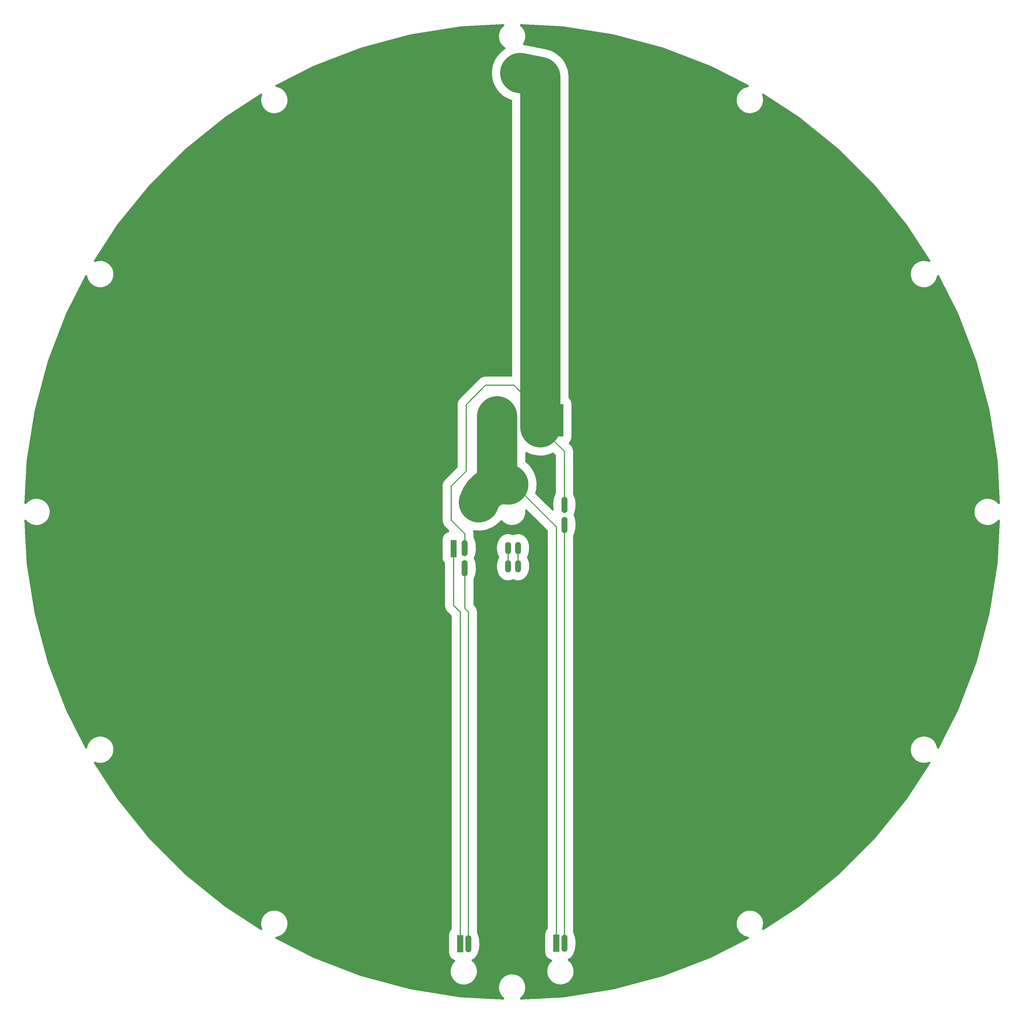
<source format=gbr>
G04 DipTrace 2.3.1.0*
%INBottom_58742_rev6_Blackpoint.gbr*%
%MOIN*%
%ADD13C,0.013*%
%ADD14C,0.5*%
%ADD16C,0.025*%
%ADD18O,0.075X0.2*%
%ADD19O,0.075X0.15*%
%ADD20O,0.075X0.2125*%
%ADD33C,0.06*%
%FSLAX44Y44*%
G04*
G70*
G90*
G75*
G01*
%LNBottom*%
%LPD*%
X64464Y60464D2*
D13*
Y58214D1*
X65714Y60464D2*
Y58214D1*
X63089Y76839D2*
D14*
Y68551D1*
D13*
X65002D1*
X70464Y63089D1*
Y11714D1*
X70526Y11651D1*
X65964Y119464D2*
D14*
X68464Y118964D1*
Y78714D1*
Y75464D1*
D13*
X71464Y72464D1*
Y65964D1*
X68464Y78714D2*
X67185D1*
X65210Y80690D1*
X61682D1*
X59273Y78281D1*
Y70038D1*
X57407Y68172D1*
Y63932D1*
X59104Y62236D1*
Y60574D1*
X59070Y60540D1*
X71464Y63464D2*
Y11464D1*
X59526Y12089D2*
Y52526D1*
X59089Y52964D1*
Y57839D1*
X60839Y66151D2*
D14*
G02X64494Y68360I3108J-1015D01*
G01*
X58526Y11651D2*
D13*
Y52526D1*
X57714Y53339D1*
Y59839D1*
D33*
X65589Y120651D3*
X69964Y120339D3*
X68214Y120464D3*
X69089D3*
X66464Y120589D3*
X67276D3*
X64714D3*
X61061Y65095D3*
X61333Y66147D3*
X61892Y67030D3*
X62657Y67728D3*
X63546Y68191D3*
X64494Y68360D3*
X65397Y68139D3*
X60243Y125213D2*
D16*
X63638D1*
X66289D2*
X69681D1*
X57618Y124964D2*
X63450D1*
X66477D2*
X72310D1*
X56047Y124716D2*
X63318D1*
X66610D2*
X73880D1*
X54477Y124467D2*
X63232D1*
X66696D2*
X75450D1*
X52907Y124218D2*
X63185D1*
X66743D2*
X77021D1*
X51774Y123970D2*
X63173D1*
X66754D2*
X78150D1*
X50848Y123721D2*
X63200D1*
X66727D2*
X79079D1*
X49918Y123472D2*
X63259D1*
X66668D2*
X80009D1*
X48993Y123224D2*
X63364D1*
X66563D2*
X80935D1*
X48063Y122975D2*
X63517D1*
X66965D2*
X81864D1*
X47137Y122726D2*
X63735D1*
X68211D2*
X82790D1*
X46235Y122477D2*
X63907D1*
X69418D2*
X83693D1*
X45586Y122229D2*
X63579D1*
X70086D2*
X84341D1*
X44938Y121980D2*
X63318D1*
X70516D2*
X84989D1*
X44289Y121731D2*
X63099D1*
X70844D2*
X85638D1*
X43641Y121483D2*
X62915D1*
X71110D2*
X86286D1*
X42993Y121234D2*
X62763D1*
X71328D2*
X86935D1*
X42348Y120985D2*
X62638D1*
X71508D2*
X87579D1*
X41700Y120737D2*
X62532D1*
X71660D2*
X88228D1*
X41051Y120488D2*
X62450D1*
X71789D2*
X88876D1*
X40403Y120239D2*
X62388D1*
X71891D2*
X89525D1*
X39910Y119991D2*
X62341D1*
X71977D2*
X90017D1*
X39422Y119742D2*
X62314D1*
X72039D2*
X90505D1*
X38934Y119493D2*
X62306D1*
X72086D2*
X90993D1*
X38446Y119245D2*
X62310D1*
X72114D2*
X91482D1*
X37957Y118996D2*
X62333D1*
X72121D2*
X91970D1*
X37469Y118747D2*
X62376D1*
X72125D2*
X92458D1*
X36981Y118498D2*
X62435D1*
X72125D2*
X92946D1*
X36493Y118250D2*
X62513D1*
X72125D2*
X93435D1*
X36004Y118001D2*
X62610D1*
X72125D2*
X93923D1*
X36098Y117752D2*
X62732D1*
X72125D2*
X93829D1*
X36539Y117504D2*
X62876D1*
X72125D2*
X93388D1*
X36801Y117255D2*
X63052D1*
X72125D2*
X93126D1*
X36981Y117006D2*
X63259D1*
X72125D2*
X92946D1*
X37102Y116758D2*
X63513D1*
X72125D2*
X92825D1*
X33434Y116509D2*
X33693D1*
X37180D2*
X63821D1*
X72125D2*
X92747D1*
X96235D2*
X96493D1*
X33051Y116260D2*
X33653D1*
X37219D2*
X64220D1*
X72125D2*
X92708D1*
X96274D2*
X96876D1*
X32668Y116012D2*
X33650D1*
X37223D2*
X64802D1*
X72125D2*
X92704D1*
X96278D2*
X97259D1*
X32285Y115763D2*
X33681D1*
X37192D2*
X64802D1*
X72125D2*
X92735D1*
X96246D2*
X97642D1*
X31903Y115514D2*
X33747D1*
X37125D2*
X64802D1*
X72125D2*
X92802D1*
X96180D2*
X98025D1*
X31520Y115265D2*
X33860D1*
X37012D2*
X64802D1*
X72125D2*
X92915D1*
X96067D2*
X98407D1*
X31137Y115017D2*
X34025D1*
X36848D2*
X64802D1*
X72125D2*
X93079D1*
X95903D2*
X98790D1*
X30754Y114768D2*
X34263D1*
X36610D2*
X64802D1*
X72125D2*
X93318D1*
X95664D2*
X99173D1*
X30371Y114519D2*
X34638D1*
X36231D2*
X64802D1*
X72125D2*
X93696D1*
X95289D2*
X99556D1*
X29989Y114271D2*
X64802D1*
X72125D2*
X99939D1*
X29606Y114022D2*
X64802D1*
X72125D2*
X100321D1*
X29262Y113773D2*
X64802D1*
X72125D2*
X100665D1*
X28957Y113525D2*
X64802D1*
X72125D2*
X100970D1*
X28649Y113276D2*
X64802D1*
X72125D2*
X101278D1*
X28340Y113027D2*
X64802D1*
X72125D2*
X101587D1*
X28035Y112779D2*
X64802D1*
X72125D2*
X101892D1*
X27727Y112530D2*
X64802D1*
X72125D2*
X102200D1*
X27422Y112281D2*
X64802D1*
X72125D2*
X102505D1*
X27114Y112033D2*
X64802D1*
X72125D2*
X102814D1*
X26805Y111784D2*
X64802D1*
X72125D2*
X103122D1*
X26500Y111535D2*
X64802D1*
X72125D2*
X103427D1*
X26192Y111286D2*
X64802D1*
X72125D2*
X103735D1*
X25883Y111038D2*
X64802D1*
X72125D2*
X104040D1*
X25578Y110789D2*
X64802D1*
X72125D2*
X104349D1*
X25270Y110540D2*
X64802D1*
X72125D2*
X104657D1*
X24965Y110292D2*
X64802D1*
X72125D2*
X104962D1*
X24657Y110043D2*
X64802D1*
X72125D2*
X105271D1*
X24379Y109794D2*
X64802D1*
X72125D2*
X105548D1*
X24129Y109546D2*
X64802D1*
X72125D2*
X105798D1*
X23883Y109297D2*
X64802D1*
X72125D2*
X106044D1*
X23633Y109048D2*
X64802D1*
X72125D2*
X106294D1*
X23383Y108800D2*
X64802D1*
X72125D2*
X106544D1*
X23137Y108551D2*
X64802D1*
X72125D2*
X106790D1*
X22887Y108302D2*
X64802D1*
X72125D2*
X107040D1*
X22637Y108054D2*
X64802D1*
X72125D2*
X107290D1*
X22391Y107805D2*
X64802D1*
X72125D2*
X107536D1*
X22141Y107556D2*
X64802D1*
X72125D2*
X107786D1*
X21891Y107307D2*
X64802D1*
X72125D2*
X108036D1*
X21645Y107059D2*
X64802D1*
X72125D2*
X108282D1*
X21395Y106810D2*
X64802D1*
X72125D2*
X108532D1*
X21145Y106561D2*
X64802D1*
X72125D2*
X108782D1*
X20899Y106313D2*
X64802D1*
X72125D2*
X109028D1*
X20649Y106064D2*
X64802D1*
X72125D2*
X109278D1*
X20399Y105815D2*
X64802D1*
X72125D2*
X109528D1*
X20153Y105567D2*
X64802D1*
X72125D2*
X109775D1*
X19926Y105318D2*
X64802D1*
X72125D2*
X110001D1*
X19727Y105069D2*
X64802D1*
X72125D2*
X110200D1*
X19524Y104821D2*
X64802D1*
X72125D2*
X110403D1*
X19325Y104572D2*
X64802D1*
X72125D2*
X110603D1*
X19121Y104323D2*
X64802D1*
X72125D2*
X110806D1*
X18922Y104075D2*
X64802D1*
X72125D2*
X111005D1*
X18719Y103826D2*
X64802D1*
X72125D2*
X111208D1*
X18516Y103577D2*
X64802D1*
X72125D2*
X111411D1*
X18317Y103328D2*
X64802D1*
X72125D2*
X111610D1*
X18114Y103080D2*
X64802D1*
X72125D2*
X111814D1*
X17914Y102831D2*
X64802D1*
X72125D2*
X112013D1*
X17711Y102582D2*
X64802D1*
X72125D2*
X112216D1*
X17512Y102334D2*
X64802D1*
X72125D2*
X112415D1*
X17309Y102085D2*
X64802D1*
X72125D2*
X112618D1*
X17110Y101836D2*
X64802D1*
X72125D2*
X112818D1*
X16907Y101588D2*
X64802D1*
X72125D2*
X113021D1*
X16703Y101339D2*
X64802D1*
X72125D2*
X113224D1*
X16504Y101090D2*
X64802D1*
X72125D2*
X113423D1*
X16301Y100842D2*
X64802D1*
X72125D2*
X113626D1*
X16102Y100593D2*
X64802D1*
X72125D2*
X113825D1*
X15930Y100344D2*
X64802D1*
X72125D2*
X113997D1*
X15766Y100096D2*
X64802D1*
X72125D2*
X114161D1*
X15606Y99847D2*
X64802D1*
X72125D2*
X114321D1*
X15446Y99598D2*
X64802D1*
X72125D2*
X114482D1*
X15282Y99349D2*
X64802D1*
X72125D2*
X114646D1*
X15121Y99101D2*
X64802D1*
X72125D2*
X114806D1*
X14957Y98852D2*
X64802D1*
X72125D2*
X114966D1*
X14797Y98603D2*
X64802D1*
X72125D2*
X115130D1*
X14637Y98355D2*
X64802D1*
X72125D2*
X115290D1*
X14473Y98106D2*
X64802D1*
X72125D2*
X115454D1*
X14313Y97857D2*
X64802D1*
X72125D2*
X115614D1*
X14153Y97609D2*
X64802D1*
X72125D2*
X115775D1*
X13989Y97360D2*
X64802D1*
X72125D2*
X115939D1*
X13828Y97111D2*
X64802D1*
X72125D2*
X116099D1*
X13668Y96863D2*
X64802D1*
X72125D2*
X116259D1*
X13504Y96614D2*
X64802D1*
X72125D2*
X116423D1*
X13344Y96365D2*
X64802D1*
X72125D2*
X116583D1*
X14532Y96117D2*
X64802D1*
X72125D2*
X115396D1*
X14950Y95868D2*
X64802D1*
X72125D2*
X114978D1*
X15203Y95619D2*
X64802D1*
X72125D2*
X114724D1*
X15375Y95370D2*
X64802D1*
X72125D2*
X114552D1*
X15493Y95122D2*
X64802D1*
X72125D2*
X114435D1*
X15567Y94873D2*
X64802D1*
X72125D2*
X114360D1*
X15606Y94624D2*
X64802D1*
X72125D2*
X114321D1*
X15606Y94376D2*
X64802D1*
X72125D2*
X114321D1*
X15571Y94127D2*
X64802D1*
X72125D2*
X114357D1*
X11914Y93878D2*
X12142D1*
X15500D2*
X64802D1*
X72125D2*
X114427D1*
X117785D2*
X118013D1*
X11789Y93630D2*
X12255D1*
X15387D2*
X64802D1*
X72125D2*
X114540D1*
X117672D2*
X118138D1*
X11664Y93381D2*
X12423D1*
X15219D2*
X64802D1*
X72125D2*
X114708D1*
X117504D2*
X118263D1*
X11535Y93132D2*
X12669D1*
X14973D2*
X64802D1*
X72125D2*
X114954D1*
X117258D2*
X118392D1*
X11410Y92884D2*
X13068D1*
X14575D2*
X64802D1*
X72125D2*
X115353D1*
X116860D2*
X118517D1*
X11282Y92635D2*
X64802D1*
X72125D2*
X118646D1*
X11157Y92386D2*
X64802D1*
X72125D2*
X118771D1*
X11028Y92138D2*
X64802D1*
X72125D2*
X118900D1*
X10903Y91889D2*
X64802D1*
X72125D2*
X119025D1*
X10774Y91640D2*
X64802D1*
X72125D2*
X119153D1*
X10649Y91391D2*
X64802D1*
X72125D2*
X119278D1*
X10524Y91143D2*
X64802D1*
X72125D2*
X119403D1*
X10395Y90894D2*
X64802D1*
X72125D2*
X119532D1*
X10270Y90645D2*
X64802D1*
X72125D2*
X119657D1*
X10141Y90397D2*
X64802D1*
X72125D2*
X119786D1*
X10016Y90148D2*
X64802D1*
X72125D2*
X119911D1*
X9887Y89899D2*
X64802D1*
X72125D2*
X120040D1*
X9762Y89651D2*
X64802D1*
X72125D2*
X120165D1*
X9657Y89402D2*
X64802D1*
X72125D2*
X120271D1*
X9559Y89153D2*
X64802D1*
X72125D2*
X120364D1*
X9465Y88905D2*
X64802D1*
X72125D2*
X120462D1*
X9371Y88656D2*
X64802D1*
X72125D2*
X120556D1*
X9274Y88407D2*
X64802D1*
X72125D2*
X120653D1*
X9180Y88159D2*
X64802D1*
X72125D2*
X120747D1*
X9082Y87910D2*
X64802D1*
X72125D2*
X120845D1*
X8989Y87661D2*
X64802D1*
X72125D2*
X120939D1*
X8891Y87412D2*
X64802D1*
X72125D2*
X121036D1*
X8797Y87164D2*
X64802D1*
X72125D2*
X121130D1*
X8703Y86915D2*
X64802D1*
X72125D2*
X121224D1*
X8606Y86666D2*
X64802D1*
X72125D2*
X121321D1*
X8512Y86418D2*
X64802D1*
X72125D2*
X121415D1*
X8414Y86169D2*
X64802D1*
X72125D2*
X121513D1*
X8321Y85920D2*
X64802D1*
X72125D2*
X121607D1*
X8223Y85672D2*
X64802D1*
X72125D2*
X121704D1*
X8129Y85423D2*
X64802D1*
X72125D2*
X121798D1*
X8032Y85174D2*
X64802D1*
X72125D2*
X121896D1*
X7938Y84926D2*
X64802D1*
X72125D2*
X121989D1*
X7844Y84677D2*
X64802D1*
X72125D2*
X122083D1*
X7746Y84428D2*
X64802D1*
X72125D2*
X122181D1*
X7653Y84180D2*
X64802D1*
X72125D2*
X122275D1*
X7555Y83931D2*
X64802D1*
X72125D2*
X122372D1*
X7461Y83682D2*
X64802D1*
X72125D2*
X122466D1*
X7391Y83433D2*
X64802D1*
X72125D2*
X122536D1*
X7325Y83185D2*
X64802D1*
X72125D2*
X122603D1*
X7258Y82936D2*
X64802D1*
X72125D2*
X122669D1*
X7192Y82687D2*
X64802D1*
X72125D2*
X122735D1*
X7125Y82439D2*
X64802D1*
X72125D2*
X122802D1*
X7059Y82190D2*
X64802D1*
X72125D2*
X122868D1*
X6993Y81941D2*
X64802D1*
X72125D2*
X122935D1*
X6926Y81693D2*
X60997D1*
X72125D2*
X123001D1*
X6860Y81444D2*
X60716D1*
X72125D2*
X123068D1*
X6793Y81195D2*
X60466D1*
X72125D2*
X123134D1*
X6723Y80947D2*
X60216D1*
X72125D2*
X123200D1*
X6657Y80698D2*
X59970D1*
X72125D2*
X123271D1*
X6590Y80449D2*
X59720D1*
X72125D2*
X123337D1*
X6524Y80201D2*
X59470D1*
X72125D2*
X123403D1*
X6457Y79952D2*
X59224D1*
X72125D2*
X123470D1*
X6391Y79703D2*
X58974D1*
X72125D2*
X123536D1*
X6325Y79454D2*
X58724D1*
X72125D2*
X123603D1*
X6258Y79206D2*
X58478D1*
X72125D2*
X123669D1*
X6192Y78957D2*
X58255D1*
X72309D2*
X123735D1*
X6125Y78708D2*
X58126D1*
X72430D2*
X123802D1*
X6059Y78460D2*
X58060D1*
X72485D2*
X123868D1*
X5993Y78211D2*
X58048D1*
X72493D2*
X123935D1*
X5926Y77962D2*
X58048D1*
X72493D2*
X124001D1*
X5860Y77714D2*
X58048D1*
X72493D2*
X124068D1*
X5801Y77465D2*
X58048D1*
X72493D2*
X124126D1*
X5762Y77216D2*
X58048D1*
X72493D2*
X124165D1*
X5723Y76968D2*
X58048D1*
X72493D2*
X124204D1*
X5684Y76719D2*
X58048D1*
X72493D2*
X124243D1*
X5641Y76470D2*
X58048D1*
X72493D2*
X124282D1*
X5602Y76222D2*
X58048D1*
X72493D2*
X124325D1*
X5563Y75973D2*
X58048D1*
X72493D2*
X124364D1*
X5524Y75724D2*
X58048D1*
X72493D2*
X124403D1*
X5485Y75475D2*
X58048D1*
X72493D2*
X124443D1*
X5446Y75227D2*
X58048D1*
X72493D2*
X124482D1*
X5407Y74978D2*
X58048D1*
X72493D2*
X124521D1*
X5368Y74729D2*
X58048D1*
X72493D2*
X124560D1*
X5328Y74481D2*
X58048D1*
X72493D2*
X124599D1*
X5289Y74232D2*
X58048D1*
X72489D2*
X124638D1*
X5250Y73983D2*
X58048D1*
X72438D2*
X124677D1*
X5211Y73735D2*
X58048D1*
X72321D2*
X124716D1*
X5168Y73486D2*
X58048D1*
X72164D2*
X124755D1*
X5129Y73237D2*
X58048D1*
X72407D2*
X124798D1*
X5090Y72989D2*
X58048D1*
X72567D2*
X124837D1*
X5051Y72740D2*
X58048D1*
X72657D2*
X124876D1*
X5012Y72491D2*
X58048D1*
X72688D2*
X124915D1*
X4973Y72243D2*
X58048D1*
X72688D2*
X124954D1*
X4934Y71994D2*
X58048D1*
X66750D2*
X67357D1*
X69571D2*
X70212D1*
X72688D2*
X124993D1*
X4895Y71745D2*
X58048D1*
X66750D2*
X70239D1*
X72688D2*
X125032D1*
X4856Y71496D2*
X58048D1*
X66750D2*
X70239D1*
X72688D2*
X125071D1*
X4821Y71248D2*
X58048D1*
X66750D2*
X70239D1*
X72688D2*
X125107D1*
X4805Y70999D2*
X58048D1*
X67020D2*
X70239D1*
X72688D2*
X125118D1*
X4793Y70750D2*
X58048D1*
X67258D2*
X70239D1*
X72688D2*
X125134D1*
X4782Y70502D2*
X58017D1*
X67457D2*
X70239D1*
X72688D2*
X125146D1*
X4766Y70253D2*
X57767D1*
X67621D2*
X70239D1*
X72688D2*
X125161D1*
X4754Y70004D2*
X57517D1*
X67762D2*
X70239D1*
X72688D2*
X125173D1*
X4743Y69756D2*
X57271D1*
X67875D2*
X70239D1*
X72688D2*
X125185D1*
X4727Y69507D2*
X57021D1*
X67969D2*
X70239D1*
X72688D2*
X125200D1*
X4715Y69258D2*
X56771D1*
X68039D2*
X70239D1*
X72688D2*
X125212D1*
X4703Y69010D2*
X56525D1*
X68094D2*
X70239D1*
X72688D2*
X125224D1*
X4688Y68761D2*
X56337D1*
X68133D2*
X70239D1*
X72688D2*
X125239D1*
X4676Y68512D2*
X56232D1*
X68153D2*
X70239D1*
X72688D2*
X125251D1*
X4664Y68264D2*
X56185D1*
X68153D2*
X70239D1*
X72688D2*
X125263D1*
X4649Y68015D2*
X56181D1*
X68137D2*
X70239D1*
X72688D2*
X125278D1*
X4637Y67766D2*
X56181D1*
X68106D2*
X70239D1*
X72688D2*
X125290D1*
X4625Y67517D2*
X56181D1*
X68055D2*
X70239D1*
X72688D2*
X125302D1*
X4610Y67269D2*
X56181D1*
X68004D2*
X70239D1*
X72688D2*
X125318D1*
X4598Y67020D2*
X56181D1*
X68254D2*
X70142D1*
X72774D2*
X125329D1*
X4586Y66771D2*
X56181D1*
X68504D2*
X70048D1*
X72868D2*
X125341D1*
X4571Y66523D2*
X5056D1*
X6762D2*
X56181D1*
X68750D2*
X69993D1*
X72922D2*
X123165D1*
X124871D2*
X125357D1*
X4559Y66274D2*
X4700D1*
X7118D2*
X56181D1*
X69000D2*
X69950D1*
X72965D2*
X122810D1*
X125227D2*
X125368D1*
X7344Y66025D2*
X56181D1*
X69250D2*
X69931D1*
X72985D2*
X122583D1*
X7500Y65777D2*
X56181D1*
X69496D2*
X69923D1*
X72993D2*
X122427D1*
X7606Y65528D2*
X56181D1*
X69746D2*
X69937D1*
X72977D2*
X122321D1*
X7668Y65279D2*
X56181D1*
X72946D2*
X122259D1*
X7696Y65031D2*
X56181D1*
X72899D2*
X122232D1*
X7688Y64782D2*
X56181D1*
X66743D2*
X67048D1*
X72825D2*
X122239D1*
X7645Y64533D2*
X56181D1*
X66700D2*
X67298D1*
X72770D2*
X122282D1*
X7563Y64285D2*
X56181D1*
X66618D2*
X67544D1*
X72864D2*
X122364D1*
X7434Y64036D2*
X56181D1*
X66489D2*
X67794D1*
X72918D2*
X122493D1*
X7250Y63787D2*
X56193D1*
X66305D2*
X68044D1*
X72965D2*
X122677D1*
X4567Y63538D2*
X4841D1*
X6973D2*
X56247D1*
X63391D2*
X63900D1*
X66028D2*
X68290D1*
X72981D2*
X122954D1*
X125086D2*
X125360D1*
X4578Y63290D2*
X5325D1*
X6493D2*
X56368D1*
X63106D2*
X64380D1*
X65547D2*
X68540D1*
X72993D2*
X123435D1*
X124602D2*
X125349D1*
X4590Y63041D2*
X56575D1*
X62746D2*
X68790D1*
X72977D2*
X125337D1*
X4606Y62792D2*
X56825D1*
X62254D2*
X69036D1*
X72950D2*
X125321D1*
X4618Y62544D2*
X56970D1*
X60289D2*
X60368D1*
X61309D2*
X69239D1*
X72903D2*
X125310D1*
X4629Y62295D2*
X56540D1*
X60328D2*
X64099D1*
X64817D2*
X65349D1*
X66067D2*
X69239D1*
X72828D2*
X125298D1*
X4645Y62046D2*
X56337D1*
X60328D2*
X63591D1*
X66575D2*
X69239D1*
X72731D2*
X125282D1*
X4657Y61798D2*
X56224D1*
X60332D2*
X63345D1*
X66821D2*
X69239D1*
X72688D2*
X125271D1*
X4668Y61549D2*
X56177D1*
X60434D2*
X63185D1*
X66981D2*
X69239D1*
X72688D2*
X125259D1*
X4684Y61300D2*
X56173D1*
X60516D2*
X63068D1*
X67098D2*
X69239D1*
X72688D2*
X125243D1*
X4696Y61052D2*
X56173D1*
X60567D2*
X62997D1*
X67168D2*
X69239D1*
X72688D2*
X125232D1*
X4707Y60803D2*
X56173D1*
X60598D2*
X62946D1*
X67219D2*
X69239D1*
X72688D2*
X125220D1*
X4723Y60554D2*
X56173D1*
X60614D2*
X62927D1*
X67239D2*
X69239D1*
X72688D2*
X125204D1*
X4735Y60306D2*
X56173D1*
X60610D2*
X62931D1*
X67235D2*
X69239D1*
X72688D2*
X125193D1*
X4746Y60057D2*
X56173D1*
X60594D2*
X62954D1*
X67211D2*
X69239D1*
X72688D2*
X125181D1*
X4762Y59808D2*
X56173D1*
X60555D2*
X63013D1*
X67153D2*
X69239D1*
X72688D2*
X125165D1*
X4774Y59559D2*
X56173D1*
X60500D2*
X63091D1*
X67075D2*
X69239D1*
X72688D2*
X125153D1*
X4785Y59311D2*
X56173D1*
X60410D2*
X63189D1*
X66977D2*
X69239D1*
X72688D2*
X125142D1*
X4801Y59062D2*
X56208D1*
X60430D2*
X63071D1*
X67094D2*
X69239D1*
X72688D2*
X125126D1*
X4813Y58813D2*
X56302D1*
X60516D2*
X63001D1*
X67164D2*
X69239D1*
X72688D2*
X125114D1*
X4832Y58565D2*
X56474D1*
X60563D2*
X62946D1*
X67219D2*
X69239D1*
X72688D2*
X125095D1*
X4871Y58316D2*
X56489D1*
X60598D2*
X62927D1*
X67239D2*
X69239D1*
X72688D2*
X125052D1*
X4914Y58067D2*
X56489D1*
X60614D2*
X62931D1*
X67235D2*
X69239D1*
X72688D2*
X125013D1*
X4953Y57819D2*
X56489D1*
X60610D2*
X62954D1*
X67211D2*
X69239D1*
X72688D2*
X124974D1*
X4993Y57570D2*
X56489D1*
X60598D2*
X63009D1*
X67157D2*
X69239D1*
X72688D2*
X124935D1*
X5032Y57321D2*
X56489D1*
X60555D2*
X63087D1*
X67078D2*
X69239D1*
X72688D2*
X124896D1*
X5071Y57073D2*
X56489D1*
X60504D2*
X63208D1*
X66957D2*
X69239D1*
X72688D2*
X124857D1*
X5110Y56824D2*
X56489D1*
X60418D2*
X63388D1*
X66778D2*
X69239D1*
X72688D2*
X124818D1*
X5149Y56575D2*
X56489D1*
X60313D2*
X63653D1*
X66508D2*
X69239D1*
X72688D2*
X124778D1*
X5188Y56327D2*
X56489D1*
X60313D2*
X64392D1*
X64526D2*
X65642D1*
X65776D2*
X69239D1*
X72688D2*
X124739D1*
X5227Y56078D2*
X56489D1*
X60313D2*
X69239D1*
X72688D2*
X124700D1*
X5266Y55829D2*
X56489D1*
X60313D2*
X69239D1*
X72688D2*
X124661D1*
X5305Y55580D2*
X56489D1*
X60313D2*
X69239D1*
X72688D2*
X124622D1*
X5344Y55332D2*
X56489D1*
X60313D2*
X69239D1*
X72688D2*
X124579D1*
X5387Y55083D2*
X56489D1*
X60313D2*
X69239D1*
X72688D2*
X124540D1*
X5426Y54834D2*
X56489D1*
X60313D2*
X69239D1*
X72688D2*
X124501D1*
X5465Y54586D2*
X56489D1*
X60313D2*
X69239D1*
X72688D2*
X124462D1*
X5504Y54337D2*
X56489D1*
X60313D2*
X69239D1*
X72688D2*
X124423D1*
X5543Y54088D2*
X56489D1*
X60313D2*
X69239D1*
X72688D2*
X124384D1*
X5582Y53840D2*
X56489D1*
X60313D2*
X69239D1*
X72688D2*
X124345D1*
X5621Y53591D2*
X56489D1*
X60313D2*
X69239D1*
X72688D2*
X124306D1*
X5660Y53342D2*
X56489D1*
X60430D2*
X69239D1*
X72688D2*
X124267D1*
X5700Y53094D2*
X56513D1*
X60610D2*
X69239D1*
X72688D2*
X124228D1*
X5739Y52845D2*
X56595D1*
X60707D2*
X69239D1*
X72688D2*
X124189D1*
X5778Y52596D2*
X56747D1*
X60750D2*
X69239D1*
X72688D2*
X124150D1*
X5825Y52348D2*
X56982D1*
X60750D2*
X69239D1*
X72688D2*
X124103D1*
X5891Y52099D2*
X57232D1*
X60750D2*
X69239D1*
X72688D2*
X124036D1*
X5957Y51850D2*
X57302D1*
X60750D2*
X69239D1*
X72688D2*
X123970D1*
X6024Y51601D2*
X57302D1*
X60750D2*
X69239D1*
X72688D2*
X123903D1*
X6090Y51353D2*
X57302D1*
X60750D2*
X69239D1*
X72688D2*
X123837D1*
X6157Y51104D2*
X57302D1*
X60750D2*
X69239D1*
X72688D2*
X123771D1*
X6223Y50855D2*
X57302D1*
X60750D2*
X69239D1*
X72688D2*
X123704D1*
X6289Y50607D2*
X57302D1*
X60750D2*
X69239D1*
X72688D2*
X123638D1*
X6356Y50358D2*
X57302D1*
X60750D2*
X69239D1*
X72688D2*
X123571D1*
X6422Y50109D2*
X57302D1*
X60750D2*
X69239D1*
X72688D2*
X123505D1*
X6489Y49861D2*
X57302D1*
X60750D2*
X69239D1*
X72688D2*
X123439D1*
X6555Y49612D2*
X57302D1*
X60750D2*
X69239D1*
X72688D2*
X123372D1*
X6621Y49363D2*
X57302D1*
X60750D2*
X69239D1*
X72688D2*
X123306D1*
X6688Y49115D2*
X57302D1*
X60750D2*
X69239D1*
X72688D2*
X123239D1*
X6754Y48866D2*
X57302D1*
X60750D2*
X69239D1*
X72688D2*
X123173D1*
X6821Y48617D2*
X57302D1*
X60750D2*
X69239D1*
X72688D2*
X123107D1*
X6887Y48369D2*
X57302D1*
X60750D2*
X69239D1*
X72688D2*
X123036D1*
X6957Y48120D2*
X57302D1*
X60750D2*
X69239D1*
X72688D2*
X122970D1*
X7024Y47871D2*
X57302D1*
X60750D2*
X69239D1*
X72688D2*
X122903D1*
X7090Y47622D2*
X57302D1*
X60750D2*
X69239D1*
X72688D2*
X122837D1*
X7157Y47374D2*
X57302D1*
X60750D2*
X69239D1*
X72688D2*
X122771D1*
X7223Y47125D2*
X57302D1*
X60750D2*
X69239D1*
X72688D2*
X122704D1*
X7289Y46876D2*
X57302D1*
X60750D2*
X69239D1*
X72688D2*
X122638D1*
X7356Y46628D2*
X57302D1*
X60750D2*
X69239D1*
X72688D2*
X122571D1*
X7422Y46379D2*
X57302D1*
X60750D2*
X69239D1*
X72688D2*
X122505D1*
X7504Y46130D2*
X57302D1*
X60750D2*
X69239D1*
X72688D2*
X122423D1*
X7602Y45882D2*
X57302D1*
X60750D2*
X69239D1*
X72688D2*
X122325D1*
X7696Y45633D2*
X57302D1*
X60750D2*
X69239D1*
X72688D2*
X122232D1*
X7789Y45384D2*
X57302D1*
X60750D2*
X69239D1*
X72688D2*
X122138D1*
X7887Y45136D2*
X57302D1*
X60750D2*
X69239D1*
X72688D2*
X122040D1*
X7981Y44887D2*
X57302D1*
X60750D2*
X69239D1*
X72688D2*
X121946D1*
X8078Y44638D2*
X57302D1*
X60750D2*
X69239D1*
X72688D2*
X121849D1*
X8172Y44390D2*
X57302D1*
X60750D2*
X69239D1*
X72688D2*
X121755D1*
X8270Y44141D2*
X57302D1*
X60750D2*
X69239D1*
X72688D2*
X121657D1*
X8364Y43892D2*
X57302D1*
X60750D2*
X69239D1*
X72688D2*
X121564D1*
X8461Y43643D2*
X57302D1*
X60750D2*
X69239D1*
X72688D2*
X121466D1*
X8555Y43395D2*
X57302D1*
X60750D2*
X69239D1*
X72688D2*
X121372D1*
X8649Y43146D2*
X57302D1*
X60750D2*
X69239D1*
X72688D2*
X121278D1*
X8746Y42897D2*
X57302D1*
X60750D2*
X69239D1*
X72688D2*
X121181D1*
X8840Y42649D2*
X57302D1*
X60750D2*
X69239D1*
X72688D2*
X121087D1*
X8938Y42400D2*
X57302D1*
X60750D2*
X69239D1*
X72688D2*
X120989D1*
X9032Y42151D2*
X57302D1*
X60750D2*
X69239D1*
X72688D2*
X120896D1*
X9129Y41903D2*
X57302D1*
X60750D2*
X69239D1*
X72688D2*
X120798D1*
X9223Y41654D2*
X57302D1*
X60750D2*
X69239D1*
X72688D2*
X120704D1*
X9317Y41405D2*
X57302D1*
X60750D2*
X69239D1*
X72688D2*
X120610D1*
X9414Y41157D2*
X57302D1*
X60750D2*
X69239D1*
X72688D2*
X120513D1*
X9508Y40908D2*
X57302D1*
X60750D2*
X69239D1*
X72688D2*
X120419D1*
X9606Y40659D2*
X57302D1*
X60750D2*
X69239D1*
X72688D2*
X120321D1*
X9700Y40411D2*
X57302D1*
X60750D2*
X69239D1*
X72688D2*
X120228D1*
X9821Y40162D2*
X57302D1*
X60750D2*
X69239D1*
X72688D2*
X120107D1*
X9946Y39913D2*
X57302D1*
X60750D2*
X69239D1*
X72688D2*
X119982D1*
X10075Y39664D2*
X57302D1*
X60750D2*
X69239D1*
X72688D2*
X119853D1*
X10200Y39416D2*
X57302D1*
X60750D2*
X69239D1*
X72688D2*
X119728D1*
X10328Y39167D2*
X57302D1*
X60750D2*
X69239D1*
X72688D2*
X119599D1*
X10453Y38918D2*
X57302D1*
X60750D2*
X69239D1*
X72688D2*
X119474D1*
X10582Y38670D2*
X57302D1*
X60750D2*
X69239D1*
X72688D2*
X119345D1*
X10707Y38421D2*
X57302D1*
X60750D2*
X69239D1*
X72688D2*
X119220D1*
X10832Y38172D2*
X57302D1*
X60750D2*
X69239D1*
X72688D2*
X119095D1*
X10961Y37924D2*
X57302D1*
X60750D2*
X69239D1*
X72688D2*
X118966D1*
X11086Y37675D2*
X57302D1*
X60750D2*
X69239D1*
X72688D2*
X118841D1*
X11215Y37426D2*
X57302D1*
X60750D2*
X69239D1*
X72688D2*
X118712D1*
X11340Y37178D2*
X13509D1*
X14133D2*
X57302D1*
X60750D2*
X69239D1*
X72688D2*
X115794D1*
X116418D2*
X118587D1*
X11469Y36929D2*
X12853D1*
X14785D2*
X57302D1*
X60750D2*
X69239D1*
X72688D2*
X115142D1*
X117075D2*
X118458D1*
X11594Y36680D2*
X12544D1*
X15098D2*
X57302D1*
X60750D2*
X69239D1*
X72688D2*
X114829D1*
X117383D2*
X118333D1*
X11719Y36432D2*
X12337D1*
X15301D2*
X57302D1*
X60750D2*
X69239D1*
X72688D2*
X114626D1*
X117590D2*
X118204D1*
X11848Y36183D2*
X12196D1*
X15446D2*
X57302D1*
X60750D2*
X69239D1*
X72688D2*
X114482D1*
X117731D2*
X118079D1*
X11973Y35934D2*
X12103D1*
X15539D2*
X57302D1*
X60750D2*
X69239D1*
X72688D2*
X114388D1*
X117825D2*
X117954D1*
X15594Y35685D2*
X57302D1*
X60750D2*
X69239D1*
X72688D2*
X114333D1*
X15610Y35437D2*
X57302D1*
X60750D2*
X69239D1*
X72688D2*
X114318D1*
X15594Y35188D2*
X57302D1*
X60750D2*
X69239D1*
X72688D2*
X114333D1*
X15539Y34939D2*
X57302D1*
X60750D2*
X69239D1*
X72688D2*
X114388D1*
X15446Y34691D2*
X57302D1*
X60750D2*
X69239D1*
X72688D2*
X114482D1*
X15305Y34442D2*
X57302D1*
X60750D2*
X69239D1*
X72688D2*
X114622D1*
X15098Y34193D2*
X57302D1*
X60750D2*
X69239D1*
X72688D2*
X114829D1*
X14789Y33945D2*
X57302D1*
X60750D2*
X69239D1*
X72688D2*
X115138D1*
X13258Y33696D2*
X13501D1*
X14141D2*
X57302D1*
X60750D2*
X69239D1*
X72688D2*
X115786D1*
X116426D2*
X116669D1*
X13418Y33447D2*
X57302D1*
X60750D2*
X69239D1*
X72688D2*
X116509D1*
X13578Y33199D2*
X57302D1*
X60750D2*
X69239D1*
X72688D2*
X116345D1*
X13743Y32950D2*
X57302D1*
X60750D2*
X69239D1*
X72688D2*
X116185D1*
X13903Y32701D2*
X57302D1*
X60750D2*
X69239D1*
X72688D2*
X116025D1*
X14067Y32453D2*
X57302D1*
X60750D2*
X69239D1*
X72688D2*
X115860D1*
X14227Y32204D2*
X57302D1*
X60750D2*
X69239D1*
X72688D2*
X115700D1*
X14387Y31955D2*
X57302D1*
X60750D2*
X69239D1*
X72688D2*
X115540D1*
X14551Y31706D2*
X57302D1*
X60750D2*
X69239D1*
X72688D2*
X115376D1*
X14711Y31458D2*
X57302D1*
X60750D2*
X69239D1*
X72688D2*
X115216D1*
X14871Y31209D2*
X57302D1*
X60750D2*
X69239D1*
X72688D2*
X115056D1*
X15035Y30960D2*
X57302D1*
X60750D2*
X69239D1*
X72688D2*
X114892D1*
X15196Y30712D2*
X57302D1*
X60750D2*
X69239D1*
X72688D2*
X114732D1*
X15356Y30463D2*
X57302D1*
X60750D2*
X69239D1*
X72688D2*
X114571D1*
X15520Y30214D2*
X57302D1*
X60750D2*
X69239D1*
X72688D2*
X114407D1*
X15680Y29966D2*
X57302D1*
X60750D2*
X69239D1*
X72688D2*
X114247D1*
X15840Y29717D2*
X57302D1*
X60750D2*
X69239D1*
X72688D2*
X114087D1*
X16004Y29468D2*
X57302D1*
X60750D2*
X69239D1*
X72688D2*
X113923D1*
X16196Y29220D2*
X57302D1*
X60750D2*
X69239D1*
X72688D2*
X113732D1*
X16395Y28971D2*
X57302D1*
X60750D2*
X69239D1*
X72688D2*
X113532D1*
X16598Y28722D2*
X57302D1*
X60750D2*
X69239D1*
X72688D2*
X113329D1*
X16797Y28474D2*
X57302D1*
X60750D2*
X69239D1*
X72688D2*
X113130D1*
X17000Y28225D2*
X57302D1*
X60750D2*
X69239D1*
X72688D2*
X112927D1*
X17200Y27976D2*
X57302D1*
X60750D2*
X69239D1*
X72688D2*
X112728D1*
X17403Y27727D2*
X57302D1*
X60750D2*
X69239D1*
X72688D2*
X112525D1*
X17602Y27479D2*
X57302D1*
X60750D2*
X69239D1*
X72688D2*
X112325D1*
X17805Y27230D2*
X57302D1*
X60750D2*
X69239D1*
X72688D2*
X112122D1*
X18008Y26981D2*
X57302D1*
X60750D2*
X69239D1*
X72688D2*
X111919D1*
X18207Y26733D2*
X57302D1*
X60750D2*
X69239D1*
X72688D2*
X111720D1*
X18410Y26484D2*
X57302D1*
X60750D2*
X69239D1*
X72688D2*
X111517D1*
X18610Y26235D2*
X57302D1*
X60750D2*
X69239D1*
X72688D2*
X111318D1*
X18813Y25987D2*
X57302D1*
X60750D2*
X69239D1*
X72688D2*
X111114D1*
X19012Y25738D2*
X57302D1*
X60750D2*
X69239D1*
X72688D2*
X110915D1*
X19215Y25489D2*
X57302D1*
X60750D2*
X69239D1*
X72688D2*
X110712D1*
X19414Y25241D2*
X57302D1*
X60750D2*
X69239D1*
X72688D2*
X110513D1*
X19618Y24992D2*
X57302D1*
X60750D2*
X69239D1*
X72688D2*
X110310D1*
X19821Y24743D2*
X57302D1*
X60750D2*
X69239D1*
X72688D2*
X110107D1*
X20020Y24495D2*
X57302D1*
X60750D2*
X69239D1*
X72688D2*
X109907D1*
X20266Y24246D2*
X57302D1*
X60750D2*
X69239D1*
X72688D2*
X109661D1*
X20516Y23997D2*
X57302D1*
X60750D2*
X69239D1*
X72688D2*
X109411D1*
X20762Y23748D2*
X57302D1*
X60750D2*
X69239D1*
X72688D2*
X109161D1*
X21012Y23500D2*
X57302D1*
X60750D2*
X69239D1*
X72688D2*
X108915D1*
X21262Y23251D2*
X57302D1*
X60750D2*
X69239D1*
X72688D2*
X108665D1*
X21508Y23002D2*
X57302D1*
X60750D2*
X69239D1*
X72688D2*
X108415D1*
X21758Y22754D2*
X57302D1*
X60750D2*
X69239D1*
X72688D2*
X108169D1*
X22008Y22505D2*
X57302D1*
X60750D2*
X69239D1*
X72688D2*
X107919D1*
X22254Y22256D2*
X57302D1*
X60750D2*
X69239D1*
X72688D2*
X107669D1*
X22504Y22008D2*
X57302D1*
X60750D2*
X69239D1*
X72688D2*
X107423D1*
X22754Y21759D2*
X57302D1*
X60750D2*
X69239D1*
X72688D2*
X107173D1*
X23000Y21510D2*
X57302D1*
X60750D2*
X69239D1*
X72688D2*
X106927D1*
X23250Y21262D2*
X57302D1*
X60750D2*
X69239D1*
X72688D2*
X106677D1*
X23500Y21013D2*
X57302D1*
X60750D2*
X69239D1*
X72688D2*
X106427D1*
X23746Y20764D2*
X57302D1*
X60750D2*
X69239D1*
X72688D2*
X106181D1*
X23996Y20515D2*
X57302D1*
X60750D2*
X69239D1*
X72688D2*
X105931D1*
X24246Y20267D2*
X57302D1*
X60750D2*
X69239D1*
X72688D2*
X105681D1*
X24493Y20018D2*
X57302D1*
X60750D2*
X69239D1*
X72688D2*
X105435D1*
X24797Y19769D2*
X57302D1*
X60750D2*
X69239D1*
X72688D2*
X105130D1*
X25106Y19521D2*
X57302D1*
X60750D2*
X69239D1*
X72688D2*
X104821D1*
X25410Y19272D2*
X57302D1*
X60750D2*
X69239D1*
X72688D2*
X104513D1*
X25719Y19023D2*
X57302D1*
X60750D2*
X69239D1*
X72688D2*
X104208D1*
X26028Y18775D2*
X57302D1*
X60750D2*
X69239D1*
X72688D2*
X103900D1*
X26332Y18526D2*
X57302D1*
X60750D2*
X69239D1*
X72688D2*
X103595D1*
X26641Y18277D2*
X57302D1*
X60750D2*
X69239D1*
X72688D2*
X103286D1*
X26950Y18029D2*
X57302D1*
X60750D2*
X69239D1*
X72688D2*
X102978D1*
X27254Y17780D2*
X57302D1*
X60750D2*
X69239D1*
X72688D2*
X102673D1*
X27563Y17531D2*
X57302D1*
X60750D2*
X69239D1*
X72688D2*
X102364D1*
X27868Y17283D2*
X57302D1*
X60750D2*
X69239D1*
X72688D2*
X102060D1*
X28176Y17034D2*
X57302D1*
X60750D2*
X69239D1*
X72688D2*
X101751D1*
X28485Y16785D2*
X57302D1*
X60750D2*
X69239D1*
X72688D2*
X101443D1*
X28789Y16536D2*
X57302D1*
X60750D2*
X69239D1*
X72688D2*
X101138D1*
X29098Y16288D2*
X57302D1*
X60750D2*
X69239D1*
X72688D2*
X100829D1*
X29407Y16039D2*
X57302D1*
X60750D2*
X69239D1*
X72688D2*
X100521D1*
X29782Y15790D2*
X57302D1*
X60750D2*
X69239D1*
X72688D2*
X100146D1*
X30164Y15542D2*
X35021D1*
X35852D2*
X57302D1*
X60750D2*
X69239D1*
X72688D2*
X94075D1*
X94907D2*
X99763D1*
X30547Y15293D2*
X34439D1*
X36434D2*
X57302D1*
X60750D2*
X69239D1*
X72688D2*
X93493D1*
X95489D2*
X99380D1*
X30930Y15044D2*
X34138D1*
X36731D2*
X57302D1*
X60750D2*
X69239D1*
X72688D2*
X93196D1*
X95789D2*
X98997D1*
X31313Y14796D2*
X33939D1*
X36934D2*
X57302D1*
X60750D2*
X69239D1*
X72688D2*
X92997D1*
X95989D2*
X98614D1*
X31696Y14547D2*
X33802D1*
X37071D2*
X57302D1*
X60750D2*
X69239D1*
X72688D2*
X92857D1*
X96125D2*
X98232D1*
X32078Y14298D2*
X33712D1*
X37160D2*
X57302D1*
X60750D2*
X69239D1*
X72688D2*
X92767D1*
X96215D2*
X97849D1*
X32461Y14050D2*
X33661D1*
X37211D2*
X57302D1*
X60750D2*
X69239D1*
X72688D2*
X92716D1*
X96266D2*
X97466D1*
X32844Y13801D2*
X33646D1*
X37227D2*
X57302D1*
X60750D2*
X69239D1*
X72688D2*
X92700D1*
X96282D2*
X97083D1*
X33227Y13552D2*
X33665D1*
X37207D2*
X57302D1*
X60750D2*
X69239D1*
X72688D2*
X92720D1*
X96262D2*
X96700D1*
X33610Y13304D2*
X33724D1*
X37149D2*
X57302D1*
X60750D2*
X69239D1*
X72688D2*
X92778D1*
X96203D2*
X96318D1*
X37051Y13055D2*
X57196D1*
X60750D2*
X69091D1*
X72688D2*
X92876D1*
X36907Y12806D2*
X57060D1*
X60750D2*
X68978D1*
X72696D2*
X93021D1*
X36696Y12557D2*
X56997D1*
X60840D2*
X68927D1*
X72801D2*
X93232D1*
X36371Y12309D2*
X56985D1*
X60930D2*
X68923D1*
X72883D2*
X93556D1*
X35743Y12060D2*
X56985D1*
X60985D2*
X68923D1*
X72934D2*
X94185D1*
X36231Y11811D2*
X56985D1*
X61028D2*
X68923D1*
X72969D2*
X93696D1*
X36719Y11563D2*
X56985D1*
X61043D2*
X68923D1*
X72985D2*
X93208D1*
X37207Y11314D2*
X56985D1*
X61055D2*
X68923D1*
X72989D2*
X92720D1*
X37696Y11065D2*
X56985D1*
X61043D2*
X68923D1*
X72977D2*
X92232D1*
X38184Y10817D2*
X56985D1*
X61020D2*
X68923D1*
X72946D2*
X91743D1*
X38672Y10568D2*
X56985D1*
X60977D2*
X68923D1*
X72903D2*
X91255D1*
X39157Y10319D2*
X56985D1*
X60914D2*
X68923D1*
X72828D2*
X90767D1*
X39645Y10071D2*
X57005D1*
X60825D2*
X68954D1*
X72739D2*
X90282D1*
X40133Y9822D2*
X57079D1*
X60692D2*
X69044D1*
X72586D2*
X89794D1*
X40700Y9573D2*
X57228D1*
X60512D2*
X69216D1*
X72387D2*
X89224D1*
X41348Y9325D2*
X57497D1*
X60196D2*
X69544D1*
X72043D2*
X88579D1*
X41996Y9076D2*
X57618D1*
X60309D2*
X69614D1*
X72313D2*
X87931D1*
X42645Y8827D2*
X57435D1*
X60493D2*
X69431D1*
X72496D2*
X87282D1*
X43293Y8578D2*
X57310D1*
X60618D2*
X69306D1*
X72621D2*
X86634D1*
X43942Y8330D2*
X57228D1*
X60700D2*
X69224D1*
X72703D2*
X85985D1*
X44590Y8081D2*
X57181D1*
X60746D2*
X69181D1*
X72746D2*
X85337D1*
X45235Y7832D2*
X57177D1*
X60750D2*
X69177D1*
X72750D2*
X84689D1*
X45883Y7584D2*
X57204D1*
X60723D2*
X64384D1*
X65543D2*
X69204D1*
X72723D2*
X84044D1*
X46637Y7335D2*
X57267D1*
X60660D2*
X63900D1*
X66028D2*
X69271D1*
X72657D2*
X83290D1*
X47563Y7086D2*
X57376D1*
X60551D2*
X63626D1*
X66301D2*
X69376D1*
X72551D2*
X82364D1*
X48493Y6838D2*
X57532D1*
X60395D2*
X63439D1*
X66489D2*
X69536D1*
X72391D2*
X81435D1*
X49418Y6589D2*
X57763D1*
X60164D2*
X63310D1*
X66618D2*
X69767D1*
X72160D2*
X80509D1*
X50348Y6340D2*
X58118D1*
X59809D2*
X63228D1*
X66700D2*
X70130D1*
X71797D2*
X79579D1*
X51278Y6092D2*
X63185D1*
X66743D2*
X78650D1*
X52203Y5843D2*
X63177D1*
X66750D2*
X77724D1*
X53633Y5594D2*
X63200D1*
X66727D2*
X76294D1*
X55200Y5346D2*
X63267D1*
X66660D2*
X74724D1*
X56770Y5097D2*
X63372D1*
X66555D2*
X73153D1*
X58340Y4848D2*
X63528D1*
X66399D2*
X71583D1*
X62434Y4599D2*
X63755D1*
X66172D2*
X67489D1*
X7669Y64839D2*
X7634Y64591D1*
X7564Y64352D1*
X7461Y64124D1*
X7327Y63913D1*
X7164Y63724D1*
X6977Y63559D1*
X6768Y63422D1*
X6542Y63316D1*
X6303Y63243D1*
X6056Y63205D1*
X5806Y63202D1*
X5558Y63234D1*
X5318Y63300D1*
X5089Y63401D1*
X4876Y63532D1*
X4685Y63692D1*
X4525Y63869D1*
X4727Y59977D1*
X4797Y58636D1*
X5788Y52382D1*
X7428Y46265D1*
X9697Y40354D1*
X12075Y35688D1*
X12114Y35886D1*
X12194Y36123D1*
X12308Y36345D1*
X12451Y36550D1*
X12622Y36732D1*
X12817Y36888D1*
X13032Y37015D1*
X13263Y37111D1*
X13505Y37173D1*
X13753Y37200D1*
X14003Y37192D1*
X14249Y37148D1*
X14486Y37071D1*
X14710Y36960D1*
X14916Y36819D1*
X15101Y36651D1*
X15259Y36458D1*
X15389Y36245D1*
X15488Y36015D1*
X15553Y35774D1*
X15583Y35526D1*
X15581Y35311D1*
X15546Y35064D1*
X15476Y34824D1*
X15373Y34596D1*
X15239Y34386D1*
X15076Y34196D1*
X14889Y34031D1*
X14680Y33894D1*
X14453Y33788D1*
X14215Y33716D1*
X13968Y33677D1*
X13718Y33674D1*
X13470Y33706D1*
X13229Y33773D1*
X13168Y33797D1*
X16022Y29401D1*
X20007Y24480D1*
X24485Y20002D1*
X29407Y16018D1*
X33798Y13166D1*
X33721Y13404D1*
X33679Y13651D1*
X33673Y13900D1*
X33702Y14149D1*
X33766Y14390D1*
X33863Y14620D1*
X33991Y14834D1*
X34149Y15028D1*
X34332Y15198D1*
X34538Y15340D1*
X34761Y15451D1*
X34998Y15530D1*
X35244Y15575D1*
X35494Y15584D1*
X35742Y15559D1*
X35984Y15498D1*
X36216Y15404D1*
X36432Y15278D1*
X36627Y15123D1*
X36799Y14942D1*
X36944Y14738D1*
X37058Y14516D1*
X37140Y14280D1*
X37188Y14035D1*
X37201Y13820D1*
X37183Y13571D1*
X37131Y13327D1*
X37044Y13093D1*
X36925Y12873D1*
X36777Y12672D1*
X36601Y12495D1*
X36402Y12343D1*
X36184Y12222D1*
X35951Y12132D1*
X35707Y12076D1*
X35688Y12074D1*
X40360Y9694D1*
X46272Y7425D1*
X52389Y5787D1*
X58643Y4797D1*
X63872Y4523D1*
X63740Y4637D1*
X63572Y4822D1*
X63433Y5030D1*
X63324Y5255D1*
X63248Y5493D1*
X63207Y5739D1*
X63200Y5989D1*
X63229Y6237D1*
X63293Y6478D1*
X63390Y6708D1*
X63519Y6922D1*
X63677Y7116D1*
X63860Y7286D1*
X64065Y7428D1*
X64289Y7539D1*
X64526Y7618D1*
X64772Y7663D1*
X65021Y7673D1*
X65270Y7647D1*
X65512Y7586D1*
X65743Y7492D1*
X65959Y7366D1*
X66155Y7211D1*
X66327Y7030D1*
X66471Y6826D1*
X66586Y6604D1*
X66668Y6368D1*
X66716Y6123D1*
X66729Y5909D1*
X66711Y5659D1*
X66658Y5415D1*
X66572Y5181D1*
X66453Y4961D1*
X66304Y4760D1*
X66129Y4583D1*
X66053Y4521D1*
X68203Y4635D1*
X71291Y4797D1*
X77545Y5788D1*
X83662Y7428D1*
X89574Y9697D1*
X94239Y12075D1*
X94019Y12120D1*
X93784Y12203D1*
X93563Y12319D1*
X93360Y12465D1*
X93180Y12639D1*
X93027Y12835D1*
X92902Y13052D1*
X92810Y13284D1*
X92751Y13527D1*
X92727Y13775D1*
X92738Y14025D1*
X92785Y14270D1*
X92865Y14507D1*
X92978Y14730D1*
X93122Y14934D1*
X93293Y15116D1*
X93488Y15272D1*
X93703Y15399D1*
X93934Y15495D1*
X94176Y15557D1*
X94424Y15584D1*
X94673Y15576D1*
X94920Y15533D1*
X95157Y15455D1*
X95381Y15345D1*
X95587Y15204D1*
X95772Y15035D1*
X95930Y14842D1*
X96060Y14629D1*
X96159Y14399D1*
X96224Y14158D1*
X96254Y13910D1*
X96252Y13695D1*
X96216Y13448D1*
X96147Y13208D1*
X96130Y13169D1*
X100526Y16022D1*
X105447Y20007D1*
X109925Y24485D1*
X113910Y29407D1*
X116761Y33798D1*
X116622Y33748D1*
X116378Y33692D1*
X116129Y33671D1*
X115880Y33686D1*
X115635Y33735D1*
X115400Y33819D1*
X115179Y33935D1*
X114976Y34081D1*
X114796Y34254D1*
X114642Y34451D1*
X114518Y34668D1*
X114425Y34900D1*
X114366Y35143D1*
X114342Y35391D1*
X114354Y35641D1*
X114400Y35886D1*
X114481Y36123D1*
X114594Y36345D1*
X114738Y36550D1*
X114908Y36732D1*
X115103Y36888D1*
X115318Y37015D1*
X115549Y37111D1*
X115791Y37173D1*
X116040Y37200D1*
X116289Y37192D1*
X116535Y37148D1*
X116773Y37071D1*
X116997Y36960D1*
X117203Y36819D1*
X117387Y36651D1*
X117546Y36458D1*
X117676Y36245D1*
X117774Y36015D1*
X117839Y35774D1*
X117853Y35685D1*
X118545Y37048D1*
X120233Y40360D1*
X122502Y46272D1*
X124140Y52389D1*
X125131Y58643D1*
X125404Y63872D1*
X125275Y63724D1*
X125087Y63559D1*
X124878Y63422D1*
X124652Y63316D1*
X124413Y63243D1*
X124166Y63205D1*
X123916Y63202D1*
X123669Y63234D1*
X123428Y63300D1*
X123199Y63401D1*
X122987Y63532D1*
X122795Y63692D1*
X122627Y63878D1*
X122488Y64085D1*
X122379Y64310D1*
X122303Y64548D1*
X122262Y64794D1*
X122256Y65044D1*
X122285Y65292D1*
X122348Y65533D1*
X122445Y65763D1*
X122574Y65978D1*
X122732Y66171D1*
X122915Y66341D1*
X123121Y66483D1*
X123344Y66595D1*
X123581Y66673D1*
X123827Y66718D1*
X124076Y66728D1*
X124325Y66702D1*
X124567Y66641D1*
X124798Y66547D1*
X125014Y66421D1*
X125210Y66266D1*
X125382Y66085D1*
X125403Y66057D1*
X125130Y71291D1*
X124139Y77545D1*
X122500Y83662D1*
X120230Y89574D1*
X117853Y94239D1*
X117801Y93998D1*
X117715Y93764D1*
X117596Y93544D1*
X117447Y93343D1*
X117272Y93165D1*
X117073Y93014D1*
X116855Y92893D1*
X116622Y92803D1*
X116378Y92747D1*
X116129Y92726D1*
X115880Y92741D1*
X115635Y92790D1*
X115400Y92874D1*
X115179Y92990D1*
X114976Y93136D1*
X114796Y93309D1*
X114642Y93506D1*
X114518Y93723D1*
X114425Y93955D1*
X114366Y94198D1*
X114342Y94446D1*
X114354Y94696D1*
X114400Y94941D1*
X114481Y95178D1*
X114594Y95400D1*
X114738Y95605D1*
X114908Y95787D1*
X115103Y95943D1*
X115318Y96070D1*
X115549Y96166D1*
X115791Y96228D1*
X116040Y96255D1*
X116289Y96247D1*
X116535Y96203D1*
X116762Y96130D1*
X113906Y100526D1*
X109920Y105447D1*
X105442Y109925D1*
X100521Y113910D1*
X96129Y116761D1*
X96195Y116566D1*
X96243Y116321D1*
X96256Y116107D1*
X96239Y115858D1*
X96186Y115614D1*
X96099Y115379D1*
X95980Y115160D1*
X95832Y114959D1*
X95656Y114781D1*
X95457Y114630D1*
X95239Y114508D1*
X95006Y114419D1*
X94763Y114363D1*
X94514Y114342D1*
X94264Y114356D1*
X94019Y114406D1*
X93784Y114490D1*
X93563Y114606D1*
X93360Y114752D1*
X93180Y114925D1*
X93027Y115122D1*
X92902Y115339D1*
X92810Y115571D1*
X92751Y115813D1*
X92727Y116062D1*
X92738Y116311D1*
X92785Y116557D1*
X92865Y116793D1*
X92978Y117016D1*
X93122Y117220D1*
X93293Y117403D1*
X93488Y117559D1*
X93703Y117686D1*
X93934Y117781D1*
X94176Y117843D1*
X94241Y117853D1*
X89567Y120233D1*
X83655Y122502D1*
X77538Y124140D1*
X71284Y125131D1*
X66060Y125402D1*
X66244Y125234D1*
X66403Y125041D1*
X66533Y124827D1*
X66631Y124598D1*
X66696Y124356D1*
X66726Y124109D1*
X66724Y123894D1*
X66689Y123647D1*
X66619Y123407D1*
X66516Y123179D1*
X66451Y123068D1*
X67167Y122930D1*
X69299Y122501D1*
X69540Y122436D1*
X69776Y122354D1*
X70006Y122255D1*
X70228Y122142D1*
X70442Y122013D1*
X70647Y121870D1*
X70842Y121713D1*
X71025Y121543D1*
X71196Y121361D1*
X71355Y121167D1*
X71499Y120963D1*
X71629Y120750D1*
X71745Y120528D1*
X71844Y120299D1*
X71928Y120063D1*
X71996Y119823D1*
X72046Y119578D1*
X72080Y119330D1*
X72097Y119081D1*
X72099Y115214D1*
X72100Y79172D1*
X72187Y79083D1*
X72264Y78984D1*
X72330Y78878D1*
X72383Y78765D1*
X72424Y78647D1*
X72452Y78525D1*
X72468Y78336D1*
Y74336D1*
X72461Y74211D1*
X72440Y74088D1*
X72406Y73967D1*
X72359Y73852D1*
X72300Y73742D1*
X72229Y73639D1*
X72166Y73566D1*
X72141Y73484D1*
X72396Y73219D1*
X72469Y73118D1*
X72532Y73010D1*
X72583Y72896D1*
X72622Y72777D1*
X72648Y72655D1*
X72664Y72464D1*
Y67210D1*
X72741Y67043D1*
X72862Y66701D1*
X72929Y66358D1*
X72955Y66087D1*
X72966Y65768D1*
X72932Y65331D1*
X72844Y64910D1*
X72725Y64588D1*
X72862Y64199D1*
X72929Y63858D1*
X72955Y63587D1*
X72966Y63268D1*
X72932Y62831D1*
X72844Y62410D1*
X72741Y62128D1*
X72664Y61964D1*
Y12819D1*
X72748Y12636D1*
X72867Y12277D1*
X72931Y11928D1*
X72954Y11665D1*
X72966Y11335D1*
X72933Y10879D1*
X72848Y10448D1*
X72748Y10161D1*
X72700Y10046D1*
X72611Y9893D1*
X72432Y9645D1*
X72347Y9557D1*
X72253Y9479D1*
X72151Y9411D1*
X72002Y9336D1*
X72155Y9211D1*
X72327Y9030D1*
X72471Y8826D1*
X72586Y8604D1*
X72668Y8368D1*
X72716Y8123D1*
X72729Y7909D1*
X72711Y7659D1*
X72658Y7415D1*
X72572Y7181D1*
X72453Y6961D1*
X72304Y6760D1*
X72129Y6583D1*
X71930Y6431D1*
X71712Y6310D1*
X71478Y6220D1*
X71235Y6164D1*
X70986Y6144D1*
X70737Y6158D1*
X70492Y6208D1*
X70257Y6291D1*
X70035Y6407D1*
X69833Y6553D1*
X69653Y6727D1*
X69499Y6924D1*
X69375Y7140D1*
X69282Y7372D1*
X69223Y7615D1*
X69199Y7864D1*
X69211Y8113D1*
X69257Y8359D1*
X69338Y8595D1*
X69451Y8818D1*
X69594Y9022D1*
X69765Y9204D1*
X69804Y9237D1*
X69629Y9295D1*
X69517Y9352D1*
X69412Y9420D1*
X69316Y9499D1*
X69228Y9588D1*
X69151Y9687D1*
X69086Y9793D1*
X69032Y9906D1*
X68991Y10024D1*
X68964Y10146D1*
X68948Y10336D1*
Y12461D1*
X68955Y12585D1*
X68975Y12709D1*
X69009Y12829D1*
X69056Y12945D1*
X69115Y13055D1*
X69167Y13131D1*
X69227Y13206D1*
X69264Y13339D1*
X69262Y62594D1*
X66718Y65138D1*
X66729Y64964D1*
X66711Y64714D1*
X66658Y64470D1*
X66572Y64236D1*
X66453Y64016D1*
X66304Y63816D1*
X66129Y63638D1*
X65930Y63487D1*
X65712Y63365D1*
X65478Y63275D1*
X65235Y63220D1*
X64986Y63199D1*
X64737Y63213D1*
X64492Y63263D1*
X64256Y63347D1*
X64035Y63463D1*
X63833Y63609D1*
X63653Y63782D1*
X63625Y63815D1*
X63391Y63563D1*
X63207Y63394D1*
X63012Y63238D1*
X62807Y63095D1*
X62592Y62967D1*
X62369Y62854D1*
X62139Y62757D1*
X61903Y62675D1*
X61661Y62610D1*
X61416Y62562D1*
X61168Y62531D1*
X60918Y62517D1*
X60668Y62520D1*
X60419Y62540D1*
X60261Y62563D1*
X60288Y62428D1*
X60303Y62236D1*
Y61803D1*
X60366Y61668D1*
X60487Y61326D1*
X60554Y60983D1*
X60580Y60712D1*
X60591Y60393D1*
X60557Y59956D1*
X60469Y59535D1*
X60350Y59213D1*
X60487Y58824D1*
X60554Y58483D1*
X60580Y58212D1*
X60591Y57893D1*
X60557Y57456D1*
X60469Y57035D1*
X60366Y56753D1*
X60289Y56589D1*
X60291Y53459D1*
X60458Y53282D1*
X60532Y53181D1*
X60594Y53073D1*
X60645Y52959D1*
X60684Y52840D1*
X60711Y52718D1*
X60726Y52526D1*
Y12757D1*
X60811Y12573D1*
X60930Y12215D1*
X60994Y11865D1*
X61017Y11603D1*
X61028Y11273D1*
X60995Y10816D1*
X60910Y10385D1*
X60811Y10099D1*
X60763Y9983D1*
X60674Y9830D1*
X60494Y9583D1*
X60409Y9495D1*
X60315Y9416D1*
X60213Y9348D1*
X60074Y9278D1*
X60244Y9118D1*
X60403Y8925D1*
X60533Y8712D1*
X60631Y8483D1*
X60696Y8241D1*
X60726Y7993D1*
X60724Y7779D1*
X60689Y7531D1*
X60619Y7292D1*
X60516Y7064D1*
X60382Y6853D1*
X60220Y6664D1*
X60032Y6499D1*
X59823Y6362D1*
X59597Y6256D1*
X59358Y6183D1*
X59111Y6145D1*
X58861Y6142D1*
X58613Y6174D1*
X58373Y6240D1*
X58144Y6341D1*
X57931Y6472D1*
X57740Y6632D1*
X57572Y6818D1*
X57433Y7025D1*
X57324Y7250D1*
X57248Y7488D1*
X57207Y7734D1*
X57200Y7984D1*
X57229Y8232D1*
X57293Y8473D1*
X57390Y8703D1*
X57519Y8918D1*
X57677Y9111D1*
X57768Y9202D1*
X57579Y9289D1*
X57475Y9357D1*
X57378Y9436D1*
X57291Y9526D1*
X57214Y9624D1*
X57148Y9731D1*
X57095Y9843D1*
X57054Y9961D1*
X57026Y10083D1*
X57010Y10273D1*
Y12398D1*
X57017Y12523D1*
X57038Y12646D1*
X57072Y12766D1*
X57118Y12882D1*
X57178Y12992D1*
X57229Y13068D1*
X57289Y13143D1*
X57326Y13276D1*
X57324Y52031D1*
X56781Y52583D1*
X56708Y52684D1*
X56645Y52792D1*
X56594Y52906D1*
X56555Y53025D1*
X56529Y53147D1*
X56514Y53339D1*
Y58553D1*
X56401Y58687D1*
X56336Y58793D1*
X56282Y58906D1*
X56241Y59024D1*
X56214Y59146D1*
X56198Y59336D1*
Y61461D1*
X56204Y61585D1*
X56225Y61709D1*
X56259Y61829D1*
X56306Y61945D1*
X56365Y62055D1*
X56437Y62157D1*
X56519Y62251D1*
X56610Y62336D1*
X56711Y62410D1*
X56819Y62473D1*
X56933Y62523D1*
X56993Y62544D1*
X57018Y62625D1*
X56475Y63177D1*
X56402Y63278D1*
X56339Y63386D1*
X56288Y63500D1*
X56249Y63618D1*
X56223Y63741D1*
X56207Y63932D1*
Y68172D1*
X56214Y68297D1*
X56233Y68421D1*
X56266Y68541D1*
X56310Y68658D1*
X56367Y68770D1*
X56434Y68875D1*
X56559Y69021D1*
X58073Y70538D1*
Y78281D1*
X58080Y78406D1*
X58099Y78529D1*
X58131Y78650D1*
X58176Y78767D1*
X58232Y78878D1*
X58300Y78983D1*
X58425Y79130D1*
X60833Y81538D1*
X60926Y81622D1*
X61027Y81695D1*
X61135Y81758D1*
X61249Y81809D1*
X61368Y81848D1*
X61490Y81874D1*
X61682Y81890D1*
X64826D1*
X64829Y83464D1*
Y116007D1*
X64536Y116121D1*
X64309Y116227D1*
X64091Y116348D1*
X63881Y116484D1*
X63681Y116634D1*
X63492Y116798D1*
X63315Y116974D1*
X63150Y117162D1*
X62999Y117361D1*
X62861Y117570D1*
X62738Y117787D1*
X62631Y118013D1*
X62539Y118245D1*
X62463Y118484D1*
X62404Y118726D1*
X62362Y118973D1*
X62337Y119221D1*
X62329Y119471D1*
X62338Y119721D1*
X62364Y119970D1*
X62407Y120216D1*
X62467Y120458D1*
X62544Y120696D1*
X62637Y120928D1*
X62745Y121154D1*
X62869Y121371D1*
X63007Y121579D1*
X63160Y121777D1*
X63325Y121964D1*
X63504Y122140D1*
X63693Y122302D1*
X63894Y122452D1*
X64014Y122531D1*
X63833Y122664D1*
X63653Y122837D1*
X63499Y123034D1*
X63375Y123250D1*
X63282Y123482D1*
X63223Y123725D1*
X63199Y123974D1*
X63211Y124223D1*
X63257Y124469D1*
X63338Y124705D1*
X63451Y124928D1*
X63594Y125132D1*
X63765Y125315D1*
X63869Y125403D1*
X58636Y125130D1*
X52382Y124139D1*
X46265Y122500D1*
X40354Y120230D1*
X35688Y117853D1*
X35864Y117819D1*
X36102Y117741D1*
X36326Y117631D1*
X36532Y117490D1*
X36716Y117322D1*
X36875Y117129D1*
X37005Y116915D1*
X37103Y116686D1*
X37168Y116445D1*
X37199Y116197D1*
X37197Y115982D1*
X37161Y115735D1*
X37092Y115495D1*
X36989Y115267D1*
X36855Y115056D1*
X36692Y114867D1*
X36504Y114702D1*
X36295Y114565D1*
X36069Y114459D1*
X35830Y114386D1*
X35583Y114348D1*
X35334Y114345D1*
X35086Y114377D1*
X34845Y114444D1*
X34616Y114544D1*
X34404Y114675D1*
X34212Y114835D1*
X34045Y115021D1*
X33905Y115228D1*
X33797Y115453D1*
X33721Y115691D1*
X33679Y115937D1*
X33673Y116187D1*
X33702Y116435D1*
X33766Y116677D1*
X33798Y116760D1*
X29401Y113906D1*
X24480Y109920D1*
X20002Y105442D1*
X16018Y100521D1*
X13166Y96129D1*
X13383Y96201D1*
X13628Y96246D1*
X13878Y96255D1*
X14126Y96229D1*
X14369Y96169D1*
X14600Y96075D1*
X14816Y95949D1*
X15012Y95794D1*
X15184Y95612D1*
X15328Y95409D1*
X15443Y95187D1*
X15525Y94951D1*
X15572Y94705D1*
X15585Y94491D1*
X15568Y94242D1*
X15515Y93998D1*
X15428Y93764D1*
X15310Y93544D1*
X15161Y93343D1*
X14985Y93165D1*
X14787Y93014D1*
X14568Y92893D1*
X14335Y92803D1*
X14092Y92747D1*
X13843Y92726D1*
X13593Y92741D1*
X13349Y92790D1*
X13113Y92874D1*
X12892Y92990D1*
X12689Y93136D1*
X12509Y93309D1*
X12356Y93506D1*
X12231Y93723D1*
X12139Y93955D1*
X12080Y94198D1*
X12074Y94240D1*
X9694Y89567D1*
X7425Y83655D1*
X5787Y77538D1*
X4797Y71284D1*
X4523Y66055D1*
X4621Y66171D1*
X4805Y66341D1*
X5010Y66483D1*
X5234Y66595D1*
X5471Y66673D1*
X5717Y66718D1*
X5966Y66728D1*
X6215Y66702D1*
X6457Y66641D1*
X6688Y66547D1*
X6904Y66421D1*
X7100Y66266D1*
X7272Y66085D1*
X7416Y65881D1*
X7531Y65659D1*
X7613Y65423D1*
X7660Y65178D1*
X7674Y64964D1*
X7669Y64839D1*
X69998Y65254D2*
X69968Y65459D1*
X69950Y65903D1*
X69983Y66340D1*
X70071Y66761D1*
X70174Y67043D1*
X70241Y67189D1*
X70264Y67339D1*
X70262Y71969D1*
X70043Y72187D1*
X69769Y72071D1*
X69532Y71989D1*
X69291Y71924D1*
X69046Y71876D1*
X68798Y71844D1*
X68548Y71830D1*
X68299Y71832D1*
X68049Y71852D1*
X67802Y71889D1*
X67558Y71943D1*
X67318Y72014D1*
X67084Y72101D1*
X66856Y72203D1*
X66721Y72274D1*
X66724Y71233D1*
X66992Y71001D1*
X67167Y70823D1*
X67330Y70633D1*
X67480Y70433D1*
X67615Y70223D1*
X67736Y70004D1*
X67841Y69777D1*
X67931Y69544D1*
X68004Y69305D1*
X68061Y69062D1*
X68101Y68815D1*
X68123Y68566D1*
X68129Y68316D1*
X68117Y68066D1*
X68089Y67818D1*
X68043Y67572D1*
X67965Y67282D1*
X69996Y65253D1*
X69968Y65459D1*
X67206Y60657D2*
X67217Y60421D1*
X67213Y60561D1*
X67214Y60550D1*
Y60371D1*
X67179Y60013D1*
X67111Y59740D1*
X67073Y59620D1*
X66941Y59343D1*
X66999Y59214D1*
X67075Y59046D1*
X67164Y58723D1*
X67196Y58532D1*
X67217Y58171D1*
X67196Y57889D1*
X67164Y57699D1*
X67073Y57370D1*
X66943Y57096D1*
X66882Y56989D1*
X66809Y56889D1*
X66634Y56702D1*
X66483Y56573D1*
X66311Y56472D1*
X66166Y56415D1*
X65972Y56357D1*
X65813Y56330D1*
X65651Y56327D1*
X65490Y56347D1*
X65288Y56403D1*
X65089Y56480D1*
X64993Y56443D1*
X64722Y56357D1*
X64563Y56330D1*
X64401Y56327D1*
X64240Y56347D1*
X64038Y56403D1*
X63849Y56475D1*
X63708Y56556D1*
X63580Y56655D1*
X63361Y56883D1*
X63247Y57050D1*
X63139Y57262D1*
X63090Y57376D1*
X63001Y57699D1*
X62970Y57889D1*
X62949Y58250D1*
X62970Y58532D1*
X63001Y58723D1*
X63092Y59051D1*
X63224Y59328D1*
X63167Y59457D1*
X63090Y59626D1*
X63001Y59949D1*
X62970Y60139D1*
X62949Y60500D1*
X62970Y60782D1*
X63001Y60973D1*
X63092Y61301D1*
X63222Y61575D1*
X63283Y61682D1*
X63356Y61782D1*
X63532Y61969D1*
X63683Y62098D1*
X63854Y62199D1*
X63999Y62256D1*
X64193Y62314D1*
X64353Y62341D1*
X64515Y62344D1*
X64675Y62325D1*
X64878Y62268D1*
X65076Y62192D1*
X65173Y62229D1*
X65443Y62314D1*
X65603Y62341D1*
X65765Y62344D1*
X65925Y62325D1*
X66128Y62268D1*
X66317Y62196D1*
X66457Y62116D1*
X66585Y62016D1*
X66805Y61788D1*
X66918Y61622D1*
X67026Y61409D1*
X67075Y61296D1*
X67164Y60973D1*
X67196Y60782D1*
X67206Y60657D1*
D18*
X71458Y65836D3*
Y63336D3*
D19*
X65708Y60461D3*
X64458D3*
X65708Y58211D3*
X64458D3*
G36*
X67333Y78336D2*
X71333D1*
Y74336D1*
X67333D1*
Y78336D1*
G37*
G36*
X61083D2*
X65083D1*
Y74336D1*
X61083D1*
Y78336D1*
G37*
D20*
X71458Y11399D3*
G36*
X70083Y12461D2*
X70833D1*
Y10336D1*
X70083D1*
Y12461D1*
G37*
D20*
X59520Y11336D3*
G36*
X58145Y12398D2*
X58895D1*
Y10273D1*
X58145D1*
Y12398D1*
G37*
D18*
X59083Y60461D3*
Y57961D3*
G36*
X57333Y61461D2*
X58083D1*
Y59336D1*
X57333D1*
Y61461D1*
G37*
M02*

</source>
